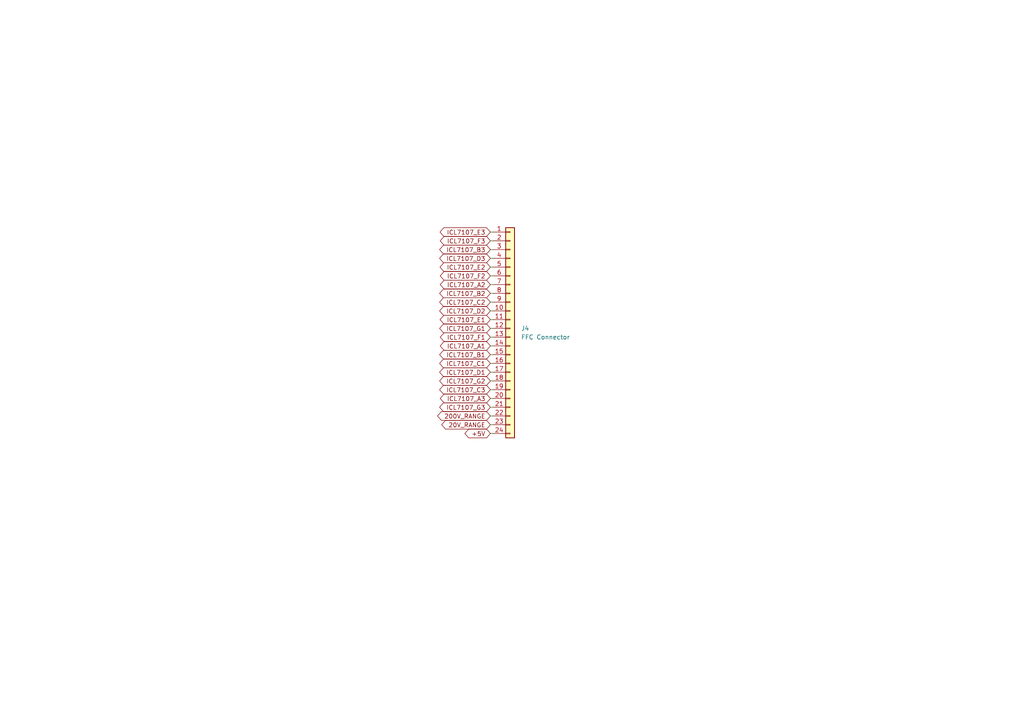
<source format=kicad_sch>
(kicad_sch (version 20230121) (generator eeschema)
  (paper "A4")
  (title_block (title "Uređaj za merenje efektivne vrednosti AC napona") (date "2024-01-19") (rev "2") (company "Srđan Milkić") (comment 4 "Konektor FFC trake za povezivanje LCD-a"))
  (lib_symbols
    (symbol "Connector_Generic:Conn_01x24" (pin_names (offset 1.016) hide)
      (property "Reference" "J" (at 0 30.48 0))
      (property "Value" "Conn_01x24" (at 0 -33.02 0))
      (symbol "Conn_01x24_1_1"
        (rectangle (start -1.27 -30.353) (end 0 -30.607) (stroke (width 0.1524)))
        (rectangle (start -1.27 -27.813) (end 0 -28.067) (stroke (width 0.1524)))
        (rectangle (start -1.27 -25.273) (end 0 -25.527) (stroke (width 0.1524)))
        (rectangle (start -1.27 -22.733) (end 0 -22.987) (stroke (width 0.1524)))
        (rectangle (start -1.27 -20.193) (end 0 -20.447) (stroke (width 0.1524)))
        (rectangle (start -1.27 -17.653) (end 0 -17.907) (stroke (width 0.1524)))
        (rectangle (start -1.27 -15.113) (end 0 -15.367) (stroke (width 0.1524)))
        (rectangle (start -1.27 -12.573) (end 0 -12.827) (stroke (width 0.1524)))
        (rectangle (start -1.27 -10.033) (end 0 -10.287) (stroke (width 0.1524)))
        (rectangle (start -1.27 -7.493) (end 0 -7.747) (stroke (width 0.1524)))
        (rectangle (start -1.27 -4.953) (end 0 -5.207) (stroke (width 0.1524)))
        (rectangle (start -1.27 -2.413) (end 0 -2.667) (stroke (width 0.1524)))
        (rectangle (start -1.27 0.127) (end 0 -0.127) (stroke (width 0.1524)))
        (rectangle (start -1.27 2.667) (end 0 2.413) (stroke (width 0.1524)))
        (rectangle (start -1.27 5.207) (end 0 4.953) (stroke (width 0.1524)))
        (rectangle (start -1.27 7.747) (end 0 7.493) (stroke (width 0.1524)))
        (rectangle (start -1.27 10.287) (end 0 10.033) (stroke (width 0.1524)))
        (rectangle (start -1.27 12.827) (end 0 12.573) (stroke (width 0.1524)))
        (rectangle (start -1.27 15.367) (end 0 15.113) (stroke (width 0.1524)))
        (rectangle (start -1.27 17.907) (end 0 17.653) (stroke (width 0.1524)))
        (rectangle (start -1.27 20.447) (end 0 20.193) (stroke (width 0.1524)))
        (rectangle (start -1.27 22.987) (end 0 22.733) (stroke (width 0.1524)))
        (rectangle (start -1.27 25.527) (end 0 25.273) (stroke (width 0.1524)))
        (rectangle (start -1.27 28.067) (end 0 27.813) (stroke (width 0.1524)))
        (rectangle (start -1.27 29.21) (end 1.27 -31.75) (stroke (width 0.254)) (fill (type background)))
        (pin passive line (at -5.08 27.94 0) (length 3.81) (name "Pin_1") (number "1"))
        (pin passive line (at -5.08 5.08 0) (length 3.81) (name "Pin_10") (number "10"))
        (pin passive line (at -5.08 2.54 0) (length 3.81) (name "Pin_11") (number "11"))
        (pin passive line (at -5.08 0 0) (length 3.81) (name "Pin_12") (number "12"))
        (pin passive line (at -5.08 -2.54 0) (length 3.81) (name "Pin_13") (number "13"))
        (pin passive line (at -5.08 -5.08 0) (length 3.81) (name "Pin_14") (number "14"))
        (pin passive line (at -5.08 -7.62 0) (length 3.81) (name "Pin_15") (number "15"))
        (pin passive line (at -5.08 -10.16 0) (length 3.81) (name "Pin_16") (number "16"))
        (pin passive line (at -5.08 -12.7 0) (length 3.81) (name "Pin_17") (number "17"))
        (pin passive line (at -5.08 -15.24 0) (length 3.81) (name "Pin_18") (number "18"))
        (pin passive line (at -5.08 -17.78 0) (length 3.81) (name "Pin_19") (number "19"))
        (pin passive line (at -5.08 25.4 0) (length 3.81) (name "Pin_2") (number "2"))
        (pin passive line (at -5.08 -20.32 0) (length 3.81) (name "Pin_20") (number "20"))
        (pin passive line (at -5.08 -22.86 0) (length 3.81) (name "Pin_21") (number "21"))
        (pin passive line (at -5.08 -25.4 0) (length 3.81) (name "Pin_22") (number "22"))
        (pin passive line (at -5.08 -27.94 0) (length 3.81) (name "Pin_23") (number "23"))
        (pin passive line (at -5.08 -30.48 0) (length 3.81) (name "Pin_24") (number "24"))
        (pin passive line (at -5.08 22.86 0) (length 3.81) (name "Pin_3") (number "3"))
        (pin passive line (at -5.08 20.32 0) (length 3.81) (name "Pin_4") (number "4"))
        (pin passive line (at -5.08 17.78 0) (length 3.81) (name "Pin_5") (number "5"))
        (pin passive line (at -5.08 15.24 0) (length 3.81) (name "Pin_6") (number "6"))
        (pin passive line (at -5.08 12.7 0) (length 3.81) (name "Pin_7") (number "7"))
        (pin passive line (at -5.08 10.16 0) (length 3.81) (name "Pin_8") (number "8"))
        (pin passive line (at -5.08 7.62 0) (length 3.81) (name "Pin_9") (number "9"))
      )
    )
  )
  (wire (pts (xy 142.24 113.03) (xy 142.875 113.03)))
  (wire (pts (xy 142.24 72.39) (xy 142.875 72.39)))
  (wire (pts (xy 142.24 74.93) (xy 142.875 74.93)))
  (wire (pts (xy 142.24 120.65) (xy 142.875 120.65)))
  (wire (pts (xy 142.24 102.87) (xy 142.875 102.87)))
  (wire (pts (xy 142.24 87.63) (xy 142.875 87.63)))
  (wire (pts (xy 142.24 95.25) (xy 142.875 95.25)))
  (wire (pts (xy 142.24 100.33) (xy 142.875 100.33)))
  (wire (pts (xy 142.24 115.57) (xy 142.875 115.57)))
  (wire (pts (xy 142.24 118.11) (xy 142.875 118.11)))
  (wire (pts (xy 142.24 125.73) (xy 142.875 125.73)))
  (wire (pts (xy 142.24 80.01) (xy 142.875 80.01)))
  (wire (pts (xy 142.24 107.95) (xy 142.875 107.95)))
  (wire (pts (xy 142.24 82.55) (xy 142.875 82.55)))
  (wire (pts (xy 142.24 105.41) (xy 142.875 105.41)))
  (wire (pts (xy 142.24 110.49) (xy 142.875 110.49)))
  (wire (pts (xy 142.24 77.47) (xy 142.875 77.47)))
  (wire (pts (xy 142.24 67.31) (xy 142.875 67.31)))
  (wire (pts (xy 142.24 69.85) (xy 142.875 69.85)))
  (wire (pts (xy 142.24 123.19) (xy 142.875 123.19)))
  (wire (pts (xy 142.24 92.71) (xy 142.875 92.71)))
  (wire (pts (xy 142.24 90.17) (xy 142.875 90.17)))
  (wire (pts (xy 142.24 97.79) (xy 142.875 97.79)))
  (wire (pts (xy 142.24 85.09) (xy 142.875 85.09)))
  (global_label "ICL7107_B1" (shape bidirectional) (at 142.24 102.87 180) (property "Intersheetrefs" "${INTERSHEET_REFS}" (effects hide)))
  (global_label "ICL7107_G3" (shape bidirectional) (at 142.24 118.11 180) (property "Intersheetrefs" "${INTERSHEET_REFS}" (effects hide)))
  (global_label "ICL7107_A3" (shape bidirectional) (at 142.24 115.57 180) (property "Intersheetrefs" "${INTERSHEET_REFS}" (effects hide)))
  (global_label "ICL7107_E1" (shape bidirectional) (at 142.24 92.71 180) (property "Intersheetrefs" "${INTERSHEET_REFS}" (effects hide)))
  (global_label "ICL7107_E3" (shape bidirectional) (at 142.24 67.31 180) (property "Intersheetrefs" "${INTERSHEET_REFS}" (effects hide)))
  (global_label "ICL7107_C1" (shape bidirectional) (at 142.24 105.41 180) (property "Intersheetrefs" "${INTERSHEET_REFS}" (effects hide)))
  (global_label "ICL7107_D1" (shape bidirectional) (at 142.24 107.95 180) (property "Intersheetrefs" "${INTERSHEET_REFS}" (effects hide)))
  (global_label "ICL7107_B3" (shape bidirectional) (at 142.24 72.39 180) (property "Intersheetrefs" "${INTERSHEET_REFS}" (effects hide)))
  (global_label "20V_RANGE" (shape bidirectional) (at 142.24 123.19 180) (property "Intersheetrefs" "${INTERSHEET_REFS}" (effects hide)))
  (global_label "ICL7107_D3" (shape bidirectional) (at 142.24 74.93 180) (property "Intersheetrefs" "${INTERSHEET_REFS}" (effects hide)))
  (global_label "ICL7107_C3" (shape bidirectional) (at 142.24 113.03 180) (property "Intersheetrefs" "${INTERSHEET_REFS}" (effects hide)))
  (global_label "ICL7107_A1" (shape bidirectional) (at 142.24 100.33 180) (property "Intersheetrefs" "${INTERSHEET_REFS}" (effects hide)))
  (global_label "ICL7107_G2" (shape bidirectional) (at 142.24 110.49 180) (property "Intersheetrefs" "${INTERSHEET_REFS}" (effects hide)))
  (global_label "ICL7107_C2" (shape bidirectional) (at 142.24 87.63 180) (property "Intersheetrefs" "${INTERSHEET_REFS}" (effects hide)))
  (global_label "ICL7107_F1" (shape bidirectional) (at 142.24 97.79 180) (property "Intersheetrefs" "${INTERSHEET_REFS}" (effects hide)))
  (global_label "ICL7107_E2" (shape bidirectional) (at 142.24 77.47 180) (property "Intersheetrefs" "${INTERSHEET_REFS}" (effects hide)))
  (global_label "ICL7107_D2" (shape bidirectional) (at 142.24 90.17 180) (property "Intersheetrefs" "${INTERSHEET_REFS}" (effects hide)))
  (global_label "+5V" (shape bidirectional) (at 142.24 125.73 180) (property "Intersheetrefs" "${INTERSHEET_REFS}" (effects hide)))
  (global_label "ICL7107_F2" (shape bidirectional) (at 142.24 80.01 180) (property "Intersheetrefs" "${INTERSHEET_REFS}" (effects hide)))
  (global_label "ICL7107_G1" (shape bidirectional) (at 142.24 95.25 180) (property "Intersheetrefs" "${INTERSHEET_REFS}" (effects hide)))
  (global_label "ICL7107_F3" (shape bidirectional) (at 142.24 69.85 180) (property "Intersheetrefs" "${INTERSHEET_REFS}" (effects hide)))
  (global_label "ICL7107_B2" (shape bidirectional) (at 142.24 85.09 180) (property "Intersheetrefs" "${INTERSHEET_REFS}" (effects hide)))
  (global_label "ICL7107_A2" (shape bidirectional) (at 142.24 82.55 180) (property "Intersheetrefs" "${INTERSHEET_REFS}" (effects hide)))
  (global_label "200V_RANGE" (shape bidirectional) (at 142.24 120.65 180) (property "Intersheetrefs" "${INTERSHEET_REFS}" (effects hide)))
  (symbol (lib_id "Connector_Generic:Conn_01x24") (at 147.955 95.25 0) (unit 1)
    (property "Reference" "J4" (at 151.13 95.25 0) (effects (justify left)))
    (property "Value" "FFC Connector" (at 151.13 97.79 0) (effects (justify left)))
    (property "Footprint" "priums_lib:FPC_24" (effects hide))
  )
)
</source>
